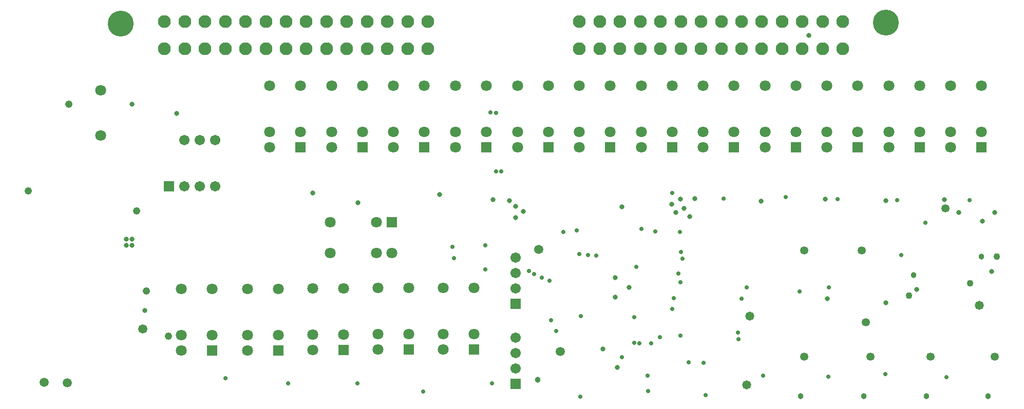
<source format=gbs>
G04*
G04 #@! TF.GenerationSoftware,Altium Limited,Altium Designer,21.9.1 (22)*
G04*
G04 Layer_Color=16711935*
%FSLAX25Y25*%
%MOIN*%
G70*
G04*
G04 #@! TF.SameCoordinates,6B560933-D042-473C-9E78-3B088F3B31AC*
G04*
G04*
G04 #@! TF.FilePolarity,Negative*
G04*
G01*
G75*
%ADD95C,0.07099*%
%ADD96C,0.05918*%
%ADD97C,0.06706*%
%ADD98R,0.06706X0.06706*%
%ADD99C,0.16800*%
%ADD100C,0.08300*%
%ADD101C,0.07099*%
%ADD102R,0.07099X0.07099*%
%ADD103R,0.07099X0.07099*%
%ADD104C,0.03300*%
%ADD105C,0.04300*%
%ADD106C,0.05300*%
%ADD107C,0.02800*%
%ADD108C,0.03200*%
%ADD109C,0.03800*%
%ADD110C,0.05800*%
%ADD111C,0.04800*%
D95*
X67600Y179472D02*
D03*
Y209000D02*
D03*
D96*
X352100Y105700D02*
D03*
X366000Y39100D02*
D03*
X45900Y19011D02*
D03*
X94900Y53877D02*
D03*
X31200Y19300D02*
D03*
D97*
X337200Y100400D02*
D03*
Y90400D02*
D03*
Y80400D02*
D03*
X141982Y176690D02*
D03*
X131982D02*
D03*
X121982D02*
D03*
X141982Y146690D02*
D03*
X131982D02*
D03*
X121982D02*
D03*
X337200Y28400D02*
D03*
Y38400D02*
D03*
Y48400D02*
D03*
D98*
Y70400D02*
D03*
X111982Y146690D02*
D03*
X337200Y18400D02*
D03*
D99*
X577300Y252832D02*
D03*
X80800Y252331D02*
D03*
D100*
X549457Y235973D02*
D03*
X536308D02*
D03*
X523158D02*
D03*
X510009D02*
D03*
X496859D02*
D03*
X483709D02*
D03*
X470560D02*
D03*
X457410D02*
D03*
X444261D02*
D03*
X431111D02*
D03*
X417961D02*
D03*
X404812D02*
D03*
X391662D02*
D03*
X378513D02*
D03*
X549457Y253690D02*
D03*
X536308D02*
D03*
X523158D02*
D03*
X510009D02*
D03*
X496859D02*
D03*
X483709D02*
D03*
X470560D02*
D03*
X457410D02*
D03*
X444261D02*
D03*
X431111D02*
D03*
X417961D02*
D03*
X404812D02*
D03*
X391662D02*
D03*
X378513D02*
D03*
X280087Y235973D02*
D03*
X266938D02*
D03*
X253788D02*
D03*
X240639D02*
D03*
X227489D02*
D03*
X214339D02*
D03*
X188040D02*
D03*
X201190D02*
D03*
X174891D02*
D03*
X161741D02*
D03*
X148591D02*
D03*
X135442D02*
D03*
X122292D02*
D03*
X109143D02*
D03*
X280087Y253690D02*
D03*
X266938D02*
D03*
X253788D02*
D03*
X240639D02*
D03*
X227489D02*
D03*
X214339D02*
D03*
X201190D02*
D03*
X188040D02*
D03*
X174891D02*
D03*
X161741D02*
D03*
X148591D02*
D03*
X135442D02*
D03*
X122292D02*
D03*
X109143D02*
D03*
D101*
X358227Y212000D02*
D03*
Y182000D02*
D03*
X338227Y172000D02*
D03*
Y182000D02*
D03*
Y212000D02*
D03*
X318045D02*
D03*
Y182000D02*
D03*
X298045Y172000D02*
D03*
Y182000D02*
D03*
Y212000D02*
D03*
X277864D02*
D03*
Y182000D02*
D03*
X257864Y172000D02*
D03*
Y182000D02*
D03*
Y212000D02*
D03*
X237682D02*
D03*
Y182000D02*
D03*
X217682Y172000D02*
D03*
Y182000D02*
D03*
Y212000D02*
D03*
X197500D02*
D03*
Y182000D02*
D03*
X177500Y172000D02*
D03*
Y182000D02*
D03*
Y212000D02*
D03*
X559136D02*
D03*
Y182000D02*
D03*
X539136Y172000D02*
D03*
Y182000D02*
D03*
Y212000D02*
D03*
X518955D02*
D03*
Y182000D02*
D03*
X498954Y172000D02*
D03*
Y182000D02*
D03*
Y212000D02*
D03*
X478773D02*
D03*
Y182000D02*
D03*
X458773Y172000D02*
D03*
Y182000D02*
D03*
Y212000D02*
D03*
X438591D02*
D03*
Y182000D02*
D03*
X418591Y172000D02*
D03*
Y182000D02*
D03*
Y212000D02*
D03*
X398409D02*
D03*
Y182000D02*
D03*
X378409Y172000D02*
D03*
Y182000D02*
D03*
Y212000D02*
D03*
X183000Y79900D02*
D03*
Y49900D02*
D03*
X163000Y39900D02*
D03*
Y49900D02*
D03*
Y79900D02*
D03*
X140100D02*
D03*
Y49900D02*
D03*
X120100Y39900D02*
D03*
Y49900D02*
D03*
Y79900D02*
D03*
X216800Y123300D02*
D03*
X246800D02*
D03*
X256800Y103300D02*
D03*
X246800D02*
D03*
X216800D02*
D03*
X639500Y212000D02*
D03*
Y182000D02*
D03*
X619500Y172000D02*
D03*
Y182000D02*
D03*
Y212000D02*
D03*
X599318D02*
D03*
Y182000D02*
D03*
X579318Y172000D02*
D03*
Y182000D02*
D03*
Y212000D02*
D03*
X310100Y80532D02*
D03*
Y50532D02*
D03*
X290100Y40532D02*
D03*
Y50532D02*
D03*
Y80532D02*
D03*
X267800D02*
D03*
Y50532D02*
D03*
X247800Y40532D02*
D03*
Y50532D02*
D03*
Y80532D02*
D03*
X225500Y80100D02*
D03*
Y50100D02*
D03*
X205500Y40100D02*
D03*
Y50100D02*
D03*
Y80100D02*
D03*
D102*
X358227Y172000D02*
D03*
X318045D02*
D03*
X277864D02*
D03*
X237682D02*
D03*
X197500D02*
D03*
X559136D02*
D03*
X518955D02*
D03*
X478773D02*
D03*
X438591D02*
D03*
X398409D02*
D03*
X183000Y39900D02*
D03*
X140100D02*
D03*
X639500Y172000D02*
D03*
X599318D02*
D03*
X310100Y40532D02*
D03*
X267800D02*
D03*
X225500Y40100D02*
D03*
D103*
X256800Y123300D02*
D03*
D104*
X539232Y73534D02*
D03*
X577500Y70964D02*
D03*
X527300Y244500D02*
D03*
X597300Y79725D02*
D03*
X646194Y91335D02*
D03*
X640060Y123800D02*
D03*
X624700Y129600D02*
D03*
X648162D02*
D03*
D105*
X649268Y100900D02*
D03*
X592496Y75657D02*
D03*
X631900Y83500D02*
D03*
D106*
X606300Y36000D02*
D03*
X648162D02*
D03*
X524300D02*
D03*
X567300D02*
D03*
X564400Y58400D02*
D03*
X561800Y105000D02*
D03*
X524300D02*
D03*
X616000Y132201D02*
D03*
D107*
X445351Y99598D02*
D03*
X603200Y122800D02*
D03*
X587400Y101900D02*
D03*
X521300Y78300D02*
D03*
X483600Y73534D02*
D03*
X486900Y80978D02*
D03*
X540378D02*
D03*
X481400Y51590D02*
D03*
X577000Y24500D02*
D03*
X616800Y22600D02*
D03*
X481821Y47209D02*
D03*
X539900Y22900D02*
D03*
X497700Y23500D02*
D03*
X444261Y103800D02*
D03*
X414000Y44800D02*
D03*
X417500Y44700D02*
D03*
X321700Y18700D02*
D03*
X277100Y13100D02*
D03*
X327800Y156300D02*
D03*
X324500Y156400D02*
D03*
X368100Y116800D02*
D03*
X324300Y194200D02*
D03*
X320600Y194600D02*
D03*
X383900Y101900D02*
D03*
X389400Y101557D02*
D03*
X414200Y61600D02*
D03*
X378335Y102500D02*
D03*
X415500Y94300D02*
D03*
X379500Y62200D02*
D03*
X354200Y87400D02*
D03*
X349200Y89700D02*
D03*
X438743Y142120D02*
D03*
X297200Y99800D02*
D03*
X234500Y18500D02*
D03*
X189300Y18700D02*
D03*
X148800Y21800D02*
D03*
X317500Y92500D02*
D03*
X345600Y91600D02*
D03*
X359100Y85400D02*
D03*
X317300Y108200D02*
D03*
X443900Y49500D02*
D03*
X295981Y107158D02*
D03*
X472200Y138600D02*
D03*
X512500Y139700D02*
D03*
X545963Y138239D02*
D03*
X584803Y137479D02*
D03*
X631579Y137579D02*
D03*
X442550Y90050D02*
D03*
X443600Y116919D02*
D03*
X378900Y10000D02*
D03*
X460500Y10900D02*
D03*
X449503Y32400D02*
D03*
X423000Y13629D02*
D03*
X406000Y35500D02*
D03*
X422600Y23700D02*
D03*
X430700Y48600D02*
D03*
X425100Y44700D02*
D03*
X459200Y32000D02*
D03*
X444100Y84200D02*
D03*
X438743Y66857D02*
D03*
X439700Y73943D02*
D03*
X363457Y52757D02*
D03*
X360000Y59547D02*
D03*
X376547Y117800D02*
D03*
X427600Y117100D02*
D03*
X418700Y119000D02*
D03*
D108*
X538200Y138400D02*
D03*
X441200Y129500D02*
D03*
X446300Y132100D02*
D03*
X410800Y80900D02*
D03*
X401600Y74479D02*
D03*
X401800Y87300D02*
D03*
X96262Y65800D02*
D03*
X403100Y28900D02*
D03*
X393600Y41000D02*
D03*
X336900Y133500D02*
D03*
X88169Y112268D02*
D03*
X84232D02*
D03*
Y108331D02*
D03*
X88169D02*
D03*
X453500Y138600D02*
D03*
X322500Y137800D02*
D03*
X88014Y199886D02*
D03*
X615300Y138000D02*
D03*
X577500Y137300D02*
D03*
X496300Y137000D02*
D03*
X405900Y133200D02*
D03*
X438300Y135000D02*
D03*
X450000Y126800D02*
D03*
X287800Y141300D02*
D03*
X234700Y135900D02*
D03*
X205500Y142200D02*
D03*
X337100Y126400D02*
D03*
X342100Y130200D02*
D03*
X333200Y137300D02*
D03*
X444000Y138300D02*
D03*
X116900Y193800D02*
D03*
D109*
X639500Y100900D02*
D03*
X595300Y88900D02*
D03*
X643600Y10400D02*
D03*
X603857Y10157D02*
D03*
X563200D02*
D03*
X522000Y10400D02*
D03*
X351300Y20800D02*
D03*
D110*
X638200Y69200D02*
D03*
X489200Y62400D02*
D03*
X486900Y17700D02*
D03*
D111*
X111700Y49200D02*
D03*
X97265Y78535D02*
D03*
X91100Y130500D02*
D03*
X47172Y199900D02*
D03*
X20600Y143700D02*
D03*
M02*

</source>
